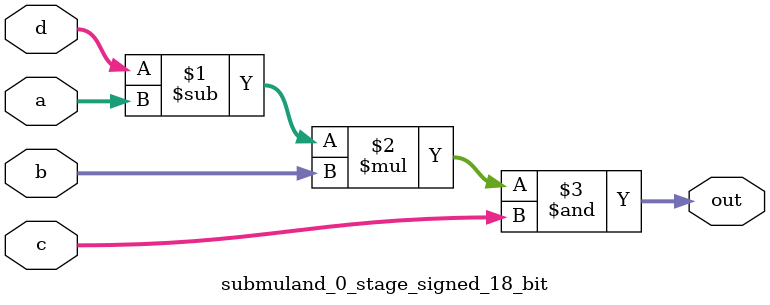
<source format=sv>
(* use_dsp = "yes" *) module submuland_0_stage_signed_18_bit(
	input signed [17:0] a,
	input signed [17:0] b,
	input signed [17:0] c,
	input signed [17:0] d,
	output [17:0] out
	);

	assign out = ((d - a) * b) & c;
endmodule

</source>
